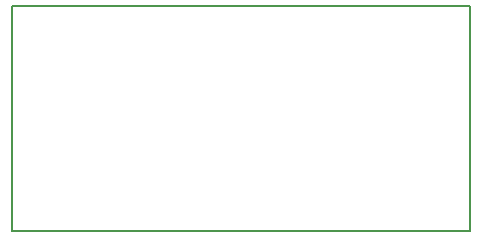
<source format=gbr>
G04 #@! TF.GenerationSoftware,KiCad,Pcbnew,(5.0.0)*
G04 #@! TF.CreationDate,2018-09-27T10:12:34-06:00*
G04 #@! TF.ProjectId,NRF52832 Base,4E5246353238333220426173652E6B69,rev?*
G04 #@! TF.SameCoordinates,Original*
G04 #@! TF.FileFunction,Profile,NP*
%FSLAX46Y46*%
G04 Gerber Fmt 4.6, Leading zero omitted, Abs format (unit mm)*
G04 Created by KiCad (PCBNEW (5.0.0)) date 09/27/18 10:12:34*
%MOMM*%
%LPD*%
G01*
G04 APERTURE LIST*
%ADD10C,0.150000*%
G04 APERTURE END LIST*
D10*
X111125000Y-99060000D02*
X111125000Y-80010000D01*
X149860000Y-99060000D02*
X111125000Y-99060000D01*
X149860000Y-80010000D02*
X149860000Y-99060000D01*
X111125000Y-80010000D02*
X149860000Y-80010000D01*
M02*

</source>
